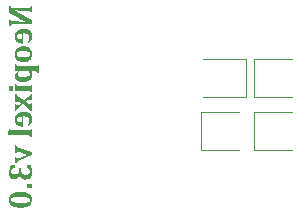
<source format=gbr>
%TF.GenerationSoftware,KiCad,Pcbnew,8.0.1*%
%TF.CreationDate,2025-09-12T21:56:14+04:00*%
%TF.ProjectId,Neopixel_project_v3.0,4e656f70-6978-4656-9c5f-70726f6a6563,v3.0*%
%TF.SameCoordinates,Original*%
%TF.FileFunction,Legend,Bot*%
%TF.FilePolarity,Positive*%
%FSLAX46Y46*%
G04 Gerber Fmt 4.6, Leading zero omitted, Abs format (unit mm)*
G04 Created by KiCad (PCBNEW 8.0.1) date 2025-09-12 21:56:14*
%MOMM*%
%LPD*%
G01*
G04 APERTURE LIST*
%ADD10C,0.200000*%
%ADD11C,0.120000*%
G04 APERTURE END LIST*
D10*
G36*
X83784214Y-60428471D02*
G01*
X83875073Y-60428471D01*
X83905359Y-60350314D01*
X83938576Y-60312212D01*
X84001102Y-60288276D01*
X84103163Y-60280174D01*
X84129085Y-60279972D01*
X85660000Y-60279972D01*
X85660000Y-59931193D01*
X84591193Y-59312770D01*
X84500579Y-59261215D01*
X84408011Y-59210023D01*
X84317885Y-59162286D01*
X84250230Y-59128611D01*
X84250230Y-59116399D01*
X84362206Y-59121047D01*
X84476483Y-59124734D01*
X84593061Y-59127458D01*
X84691967Y-59128994D01*
X84792472Y-59129863D01*
X84874026Y-59130076D01*
X85316106Y-59130076D01*
X85416803Y-59133693D01*
X85460697Y-59140335D01*
X85526154Y-59177460D01*
X85566741Y-59269480D01*
X85569141Y-59278576D01*
X85660000Y-59278576D01*
X85660000Y-58759316D01*
X85569141Y-58759316D01*
X85538855Y-58839427D01*
X85494403Y-58883391D01*
X85423572Y-58901954D01*
X85324139Y-58906333D01*
X85316106Y-58906350D01*
X84128108Y-58906350D01*
X84028272Y-58903078D01*
X83985959Y-58897069D01*
X83920502Y-58859944D01*
X83877483Y-58768238D01*
X83875073Y-58759316D01*
X83784214Y-58759316D01*
X83784214Y-59315701D01*
X84629295Y-59802233D01*
X84716392Y-59850833D01*
X84803999Y-59898369D01*
X84845205Y-59920446D01*
X84936836Y-59968523D01*
X85025002Y-60012675D01*
X85102149Y-60049406D01*
X85102149Y-60071388D01*
X84998088Y-60067026D01*
X84891070Y-60063403D01*
X84781094Y-60060519D01*
X84668160Y-60058375D01*
X84552269Y-60056970D01*
X84433420Y-60056304D01*
X84385052Y-60056245D01*
X84129085Y-60056245D01*
X84029930Y-60052782D01*
X84000125Y-60048918D01*
X83939553Y-60027425D01*
X83905359Y-59989323D01*
X83875073Y-59909211D01*
X83784214Y-59909211D01*
X83784214Y-60428471D01*
G37*
G36*
X85002389Y-60657729D02*
G01*
X85106677Y-60663238D01*
X85220645Y-60680240D01*
X85322420Y-60708576D01*
X85425746Y-60755960D01*
X85512477Y-60818771D01*
X85573236Y-60884969D01*
X85628234Y-60976264D01*
X85666121Y-61082706D01*
X85684977Y-61185998D01*
X85691263Y-61300418D01*
X85691200Y-61311552D01*
X85683701Y-61418427D01*
X85663704Y-61517193D01*
X85627271Y-61616469D01*
X85605091Y-61659435D01*
X85547637Y-61745798D01*
X85481000Y-61824014D01*
X85409895Y-61893928D01*
X85284842Y-61782554D01*
X85303889Y-61764356D01*
X85373625Y-61688276D01*
X85430900Y-61600837D01*
X85462041Y-61512177D01*
X85472421Y-61413259D01*
X85460209Y-61310438D01*
X85418565Y-61217942D01*
X85347369Y-61147034D01*
X85276111Y-61108901D01*
X85175072Y-61078775D01*
X85066704Y-61063350D01*
X84957557Y-61058618D01*
X84957557Y-61929588D01*
X84889299Y-61927708D01*
X84782836Y-61918721D01*
X84682540Y-61900767D01*
X84675634Y-61899123D01*
X84577882Y-61868283D01*
X84485680Y-61822610D01*
X84430406Y-61783019D01*
X84362093Y-61711235D01*
X84318945Y-61642134D01*
X84281981Y-61549546D01*
X84276831Y-61531686D01*
X84258677Y-61434141D01*
X84253161Y-61330704D01*
X84253898Y-61308723D01*
X84394822Y-61308723D01*
X84420956Y-61403489D01*
X84499357Y-61467969D01*
X84512787Y-61474023D01*
X84611156Y-61503058D01*
X84716428Y-61517703D01*
X84815896Y-61523168D01*
X84815896Y-61065457D01*
X84803228Y-61066269D01*
X84697629Y-61078003D01*
X84598062Y-61100376D01*
X84503265Y-61140195D01*
X84496594Y-61144145D01*
X84421933Y-61213590D01*
X84394822Y-61308723D01*
X84253898Y-61308723D01*
X84255236Y-61268852D01*
X84269430Y-61163528D01*
X84297070Y-61065932D01*
X84338157Y-60976064D01*
X84354798Y-60948097D01*
X84420438Y-60863681D01*
X84501726Y-60792812D01*
X84588262Y-60740614D01*
X84663298Y-60708256D01*
X84768635Y-60678332D01*
X84870637Y-60662761D01*
X84980516Y-60657571D01*
X85002389Y-60657729D01*
G37*
G36*
X85085365Y-62146495D02*
G01*
X85193442Y-62160600D01*
X85290773Y-62184963D01*
X85387424Y-62224633D01*
X85406991Y-62235201D01*
X85494632Y-62295479D01*
X85565291Y-62368160D01*
X85618967Y-62453245D01*
X85639794Y-62500400D01*
X85670859Y-62602867D01*
X85686744Y-62704387D01*
X85691263Y-62802023D01*
X85688446Y-62880196D01*
X85675929Y-62978016D01*
X85649877Y-63079304D01*
X85611151Y-63171319D01*
X85595387Y-63199813D01*
X85532113Y-63285680D01*
X85452333Y-63357522D01*
X85366420Y-63410188D01*
X85267248Y-63450803D01*
X85168520Y-63475746D01*
X85059840Y-63490187D01*
X84956580Y-63494208D01*
X84935158Y-63494043D01*
X84832926Y-63488266D01*
X84720985Y-63470440D01*
X84620756Y-63440730D01*
X84518625Y-63391048D01*
X84432435Y-63325192D01*
X84421405Y-63314469D01*
X84354002Y-63230486D01*
X84303757Y-63130890D01*
X84274344Y-63033093D01*
X84257538Y-62923825D01*
X84253161Y-62824005D01*
X84253361Y-62818632D01*
X84394822Y-62818632D01*
X84404255Y-62878471D01*
X84459827Y-62959041D01*
X84545764Y-63011095D01*
X84596537Y-63029953D01*
X84693402Y-63053476D01*
X84793937Y-63067347D01*
X84891831Y-63074251D01*
X85000544Y-63076552D01*
X85023955Y-63076441D01*
X85127419Y-63072968D01*
X85227690Y-63063852D01*
X85305090Y-63051108D01*
X85401102Y-63022330D01*
X85435113Y-63006455D01*
X85511500Y-62944173D01*
X85528169Y-62918252D01*
X85549602Y-62822540D01*
X85540290Y-62760746D01*
X85485438Y-62678043D01*
X85400614Y-62625192D01*
X85371264Y-62613581D01*
X85267349Y-62585601D01*
X85170069Y-62570945D01*
X85058391Y-62562507D01*
X84951207Y-62560223D01*
X84939307Y-62560248D01*
X84838349Y-62562751D01*
X84739135Y-62570336D01*
X84638087Y-62586113D01*
X84543346Y-62614897D01*
X84455882Y-62668667D01*
X84416348Y-62720517D01*
X84394822Y-62818632D01*
X84253361Y-62818632D01*
X84255847Y-62751801D01*
X84269952Y-62648418D01*
X84296147Y-62550942D01*
X84313750Y-62505083D01*
X84363319Y-62414089D01*
X84428527Y-62334543D01*
X84476460Y-62291831D01*
X84559579Y-62237036D01*
X84656161Y-62193370D01*
X84673577Y-62187218D01*
X84776389Y-62160478D01*
X84880174Y-62146586D01*
X84981981Y-62142568D01*
X85085365Y-62146495D01*
G37*
G36*
X84403126Y-63771179D02*
G01*
X84435854Y-63811723D01*
X84483726Y-63833217D01*
X84554068Y-63842986D01*
X84593177Y-63844177D01*
X84693775Y-63844940D01*
X85904242Y-63844940D01*
X85952816Y-63844238D01*
X86051277Y-63833705D01*
X86117222Y-63797557D01*
X86160209Y-63707676D01*
X86253998Y-63707676D01*
X86253998Y-64391556D01*
X86160209Y-64391556D01*
X86158161Y-64382809D01*
X86119665Y-64291905D01*
X86053719Y-64252826D01*
X86010147Y-64245868D01*
X85911081Y-64242079D01*
X85655603Y-64242079D01*
X85671204Y-64310345D01*
X85686248Y-64414118D01*
X85691263Y-64519539D01*
X85689980Y-64570769D01*
X85677719Y-64678446D01*
X85652474Y-64775612D01*
X85609197Y-64871249D01*
X85598620Y-64888861D01*
X85536176Y-64968564D01*
X85457799Y-65034338D01*
X85363489Y-65086182D01*
X85265141Y-65121130D01*
X85167147Y-65142593D01*
X85059199Y-65155019D01*
X84956580Y-65158478D01*
X84934830Y-65158359D01*
X84831186Y-65154168D01*
X84718054Y-65141236D01*
X84617184Y-65119684D01*
X84514999Y-65083643D01*
X84429504Y-65035868D01*
X84418655Y-65028117D01*
X84344260Y-64957515D01*
X84291908Y-64871649D01*
X84261599Y-64770517D01*
X84253161Y-64669504D01*
X84253359Y-64655972D01*
X84267499Y-64555937D01*
X84290255Y-64495115D01*
X84472002Y-64495115D01*
X84476776Y-64540040D01*
X84525049Y-64626701D01*
X84607801Y-64680739D01*
X84616400Y-64684436D01*
X84718028Y-64714947D01*
X84819801Y-64730907D01*
X84923779Y-64738711D01*
X85023991Y-64740823D01*
X85100214Y-64739189D01*
X85210315Y-64729778D01*
X85316733Y-64709192D01*
X85413314Y-64673901D01*
X85452577Y-64651673D01*
X85523515Y-64580151D01*
X85549602Y-64480949D01*
X85531355Y-64380413D01*
X85466559Y-64300209D01*
X85405689Y-64269555D01*
X85308969Y-64247756D01*
X85208639Y-64242079D01*
X84726992Y-64242079D01*
X84686029Y-64245016D01*
X84593635Y-64279204D01*
X84566036Y-64299079D01*
X84503754Y-64374459D01*
X84492963Y-64396561D01*
X84472002Y-64495115D01*
X84290255Y-64495115D01*
X84303963Y-64458478D01*
X84342059Y-64393096D01*
X84404524Y-64310481D01*
X84470537Y-64238171D01*
X84466629Y-64221563D01*
X84284424Y-64242079D01*
X84284424Y-64073063D01*
X84284424Y-63692533D01*
X84378213Y-63692533D01*
X84403126Y-63771179D01*
G37*
G36*
X83752951Y-65919539D02*
G01*
X84096845Y-65919539D01*
X84096845Y-65542917D01*
X83752951Y-65542917D01*
X83752951Y-65919539D01*
G37*
G36*
X85569141Y-65397348D02*
G01*
X85525807Y-65486821D01*
X85522247Y-65490160D01*
X85443112Y-65524354D01*
X85341942Y-65532539D01*
X85260907Y-65533635D01*
X84615129Y-65533635D01*
X84516500Y-65528773D01*
X84505708Y-65527285D01*
X84438785Y-65503838D01*
X84400683Y-65456943D01*
X84377725Y-65380739D01*
X84284424Y-65380739D01*
X84284424Y-65758827D01*
X84284424Y-65930286D01*
X85262372Y-65930286D01*
X85361500Y-65931478D01*
X85381563Y-65932240D01*
X85446043Y-65938590D01*
X85486587Y-65950314D01*
X85519804Y-65970342D01*
X85547159Y-66006001D01*
X85569141Y-66068039D01*
X85660000Y-66068039D01*
X85660000Y-65397348D01*
X85569141Y-65397348D01*
G37*
G36*
X84899916Y-67066503D02*
G01*
X85361046Y-67387927D01*
X85442830Y-67447932D01*
X85468513Y-67468527D01*
X85534459Y-67536915D01*
X85569141Y-67610677D01*
X85660000Y-67610677D01*
X85660000Y-66941451D01*
X85569141Y-66941451D01*
X85515097Y-67024849D01*
X85496845Y-67026936D01*
X85465582Y-67022540D01*
X85436762Y-67010328D01*
X85385959Y-66977599D01*
X85160767Y-66822261D01*
X85340041Y-66678157D01*
X85419668Y-66621142D01*
X85423084Y-66619539D01*
X85483168Y-66607815D01*
X85540321Y-66632240D01*
X85569141Y-66710886D01*
X85660000Y-66710886D01*
X85660000Y-66181856D01*
X85569141Y-66181856D01*
X85527532Y-66274508D01*
X85508080Y-66300558D01*
X85437515Y-66376035D01*
X85361046Y-66445638D01*
X85031807Y-66732868D01*
X84571165Y-66409979D01*
X84498381Y-66357711D01*
X84444159Y-66312282D01*
X84403614Y-66270760D01*
X84383098Y-66236078D01*
X84375282Y-66205303D01*
X84284424Y-66205303D01*
X84284424Y-66870132D01*
X84375282Y-66870132D01*
X84428865Y-66787808D01*
X84452951Y-66783670D01*
X84502288Y-66795882D01*
X84566769Y-66835938D01*
X84770956Y-66977111D01*
X84594612Y-67117306D01*
X84524759Y-67163224D01*
X84465652Y-67176413D01*
X84402637Y-67148081D01*
X84375282Y-67072365D01*
X84284424Y-67072365D01*
X84284424Y-67595533D01*
X84375282Y-67595533D01*
X84416534Y-67504563D01*
X84434389Y-67481228D01*
X84507719Y-67407984D01*
X84583740Y-67342496D01*
X84598520Y-67330286D01*
X84899916Y-67066503D01*
G37*
G36*
X85002389Y-67684107D02*
G01*
X85106677Y-67689617D01*
X85220645Y-67706618D01*
X85322420Y-67734954D01*
X85425746Y-67782338D01*
X85512477Y-67845150D01*
X85573236Y-67911347D01*
X85628234Y-68002642D01*
X85666121Y-68109085D01*
X85684977Y-68212376D01*
X85691263Y-68326797D01*
X85691200Y-68337930D01*
X85683701Y-68444805D01*
X85663704Y-68543571D01*
X85627271Y-68642847D01*
X85605091Y-68685814D01*
X85547637Y-68772176D01*
X85481000Y-68850392D01*
X85409895Y-68920307D01*
X85284842Y-68808932D01*
X85303889Y-68790734D01*
X85373625Y-68714654D01*
X85430900Y-68627215D01*
X85462041Y-68538555D01*
X85472421Y-68439637D01*
X85460209Y-68336816D01*
X85418565Y-68244320D01*
X85347369Y-68173412D01*
X85276111Y-68135280D01*
X85175072Y-68105153D01*
X85066704Y-68089728D01*
X84957557Y-68084996D01*
X84957557Y-68955966D01*
X84889299Y-68954086D01*
X84782836Y-68945099D01*
X84682540Y-68927145D01*
X84675634Y-68925502D01*
X84577882Y-68894661D01*
X84485680Y-68848988D01*
X84430406Y-68809398D01*
X84362093Y-68737613D01*
X84318945Y-68668512D01*
X84281981Y-68575924D01*
X84276831Y-68558064D01*
X84258677Y-68460520D01*
X84253161Y-68357083D01*
X84253898Y-68335101D01*
X84394822Y-68335101D01*
X84420956Y-68429867D01*
X84499357Y-68494347D01*
X84512787Y-68500402D01*
X84611156Y-68529436D01*
X84716428Y-68544081D01*
X84815896Y-68549546D01*
X84815896Y-68091835D01*
X84803228Y-68092647D01*
X84697629Y-68104381D01*
X84598062Y-68126754D01*
X84503265Y-68166573D01*
X84496594Y-68170524D01*
X84421933Y-68239968D01*
X84394822Y-68335101D01*
X84253898Y-68335101D01*
X84255236Y-68295230D01*
X84269430Y-68189906D01*
X84297070Y-68092310D01*
X84338157Y-68002442D01*
X84354798Y-67974475D01*
X84420438Y-67890059D01*
X84501726Y-67819190D01*
X84588262Y-67766992D01*
X84663298Y-67734635D01*
X84768635Y-67704710D01*
X84870637Y-67689140D01*
X84980516Y-67683949D01*
X85002389Y-67684107D01*
G37*
G36*
X85262372Y-69675994D02*
G01*
X85361308Y-69677584D01*
X85442623Y-69684298D01*
X85521758Y-69718004D01*
X85566838Y-69804700D01*
X85569141Y-69813259D01*
X85660000Y-69813259D01*
X85660000Y-69140125D01*
X85569141Y-69140125D01*
X85546671Y-69204605D01*
X85516385Y-69240753D01*
X85472909Y-69263712D01*
X85399148Y-69275924D01*
X85300664Y-69278715D01*
X85264326Y-69278855D01*
X84198939Y-69278855D01*
X84097212Y-69278367D01*
X84026503Y-69276901D01*
X83933691Y-69268597D01*
X83873607Y-69247592D01*
X83836971Y-69207048D01*
X83812547Y-69123517D01*
X83721688Y-69123517D01*
X83690425Y-69504047D01*
X83690425Y-69675994D01*
X85262372Y-69675994D01*
G37*
G36*
X84284424Y-71232798D02*
G01*
X84375282Y-71232798D01*
X84410862Y-71139958D01*
X84412407Y-71138032D01*
X84486168Y-71107746D01*
X84584056Y-71121675D01*
X84657627Y-71143405D01*
X85257487Y-71341242D01*
X84731877Y-71559595D01*
X84638676Y-71594454D01*
X84616106Y-71601116D01*
X84517920Y-71614794D01*
X84425036Y-71583620D01*
X84422665Y-71581577D01*
X84375920Y-71492035D01*
X84375282Y-71488276D01*
X84284424Y-71488276D01*
X84284424Y-72022679D01*
X84376259Y-72022679D01*
X84406545Y-71958688D01*
X84453440Y-71913259D01*
X84539413Y-71861968D01*
X84627367Y-71818253D01*
X84711360Y-71779413D01*
X85660000Y-71351011D01*
X85660000Y-71091137D01*
X84615617Y-70728192D01*
X84519559Y-70692607D01*
X84466629Y-70667620D01*
X84405080Y-70616329D01*
X84375282Y-70546964D01*
X84284424Y-70546964D01*
X84284424Y-71232798D01*
G37*
G36*
X84221898Y-72206838D02*
G01*
X83899986Y-72206838D01*
X83857627Y-72313940D01*
X83822448Y-72417870D01*
X83794448Y-72518627D01*
X83773628Y-72616212D01*
X83758121Y-72729127D01*
X83752951Y-72837473D01*
X83757579Y-72939244D01*
X83773358Y-73042267D01*
X83800334Y-73135938D01*
X83841757Y-73225079D01*
X83905884Y-73308066D01*
X83938576Y-73336706D01*
X84025370Y-73385125D01*
X84126750Y-73406430D01*
X84158394Y-73407536D01*
X84256408Y-73398560D01*
X84355144Y-73366320D01*
X84366489Y-73360642D01*
X84450265Y-73304710D01*
X84522805Y-73229727D01*
X84580467Y-73146153D01*
X84629148Y-73059187D01*
X84653230Y-73010397D01*
X84665443Y-73010397D01*
X84691208Y-73111003D01*
X84731747Y-73203380D01*
X84746043Y-73228262D01*
X84805856Y-73306508D01*
X84881002Y-73369419D01*
X84905289Y-73384577D01*
X84998655Y-73424649D01*
X85096402Y-73441765D01*
X85136831Y-73443196D01*
X85243165Y-73434018D01*
X85341186Y-73406485D01*
X85423084Y-73365526D01*
X85502986Y-73302605D01*
X85570074Y-73220635D01*
X85619944Y-73129588D01*
X85654419Y-73035504D01*
X85677612Y-72930755D01*
X85688755Y-72828692D01*
X85691263Y-72746615D01*
X85688030Y-72640455D01*
X85678333Y-72535564D01*
X85663907Y-72441312D01*
X85642561Y-72343049D01*
X85613481Y-72246122D01*
X85587704Y-72180460D01*
X85253579Y-72180460D01*
X85253579Y-72427634D01*
X85353185Y-72462278D01*
X85440566Y-72514331D01*
X85468513Y-72540474D01*
X85518339Y-72624616D01*
X85534882Y-72724128D01*
X85534947Y-72731472D01*
X85522170Y-72830413D01*
X85474966Y-72919972D01*
X85392981Y-72981668D01*
X85295024Y-73012374D01*
X85193873Y-73022325D01*
X85171514Y-73022610D01*
X85069487Y-73014495D01*
X84974614Y-72986445D01*
X84892733Y-72932450D01*
X84880376Y-72920028D01*
X84825866Y-72837255D01*
X84795947Y-72740168D01*
X84785007Y-72635008D01*
X84784633Y-72609351D01*
X84784633Y-72500907D01*
X84628318Y-72500907D01*
X84619602Y-72599896D01*
X84598765Y-72699516D01*
X84561456Y-72794365D01*
X84515966Y-72863363D01*
X84442626Y-72928536D01*
X84351446Y-72969571D01*
X84254129Y-72985864D01*
X84218478Y-72986950D01*
X84114087Y-72978226D01*
X84019212Y-72945996D01*
X83987424Y-72924912D01*
X83926440Y-72843524D01*
X83909267Y-72745150D01*
X83926858Y-72646081D01*
X83938087Y-72620586D01*
X84000770Y-72545187D01*
X84037250Y-72518981D01*
X84130536Y-72476546D01*
X84221898Y-72454012D01*
X84221898Y-72206838D01*
G37*
G36*
X85253579Y-74173970D02*
G01*
X85660000Y-74173970D01*
X85660000Y-73804675D01*
X85253579Y-73804675D01*
X85253579Y-74173970D01*
G37*
G36*
X84760637Y-74467138D02*
G01*
X84861709Y-74469809D01*
X84974967Y-74478053D01*
X85079467Y-74491791D01*
X85190313Y-74514765D01*
X85289239Y-74545219D01*
X85364635Y-74577030D01*
X85452395Y-74626657D01*
X85533681Y-74692341D01*
X85596496Y-74768457D01*
X85628702Y-74825301D01*
X85664517Y-74919711D01*
X85685340Y-75025096D01*
X85691263Y-75127983D01*
X85689052Y-75190641D01*
X85675539Y-75288603D01*
X85643110Y-75395484D01*
X85592993Y-75490722D01*
X85525187Y-75574316D01*
X85439692Y-75646266D01*
X85423705Y-75657146D01*
X85336756Y-75706361D01*
X85238119Y-75746943D01*
X85127794Y-75778890D01*
X85031120Y-75798231D01*
X84926966Y-75812046D01*
X84815331Y-75820335D01*
X84696217Y-75823098D01*
X84608709Y-75821634D01*
X84498750Y-75815127D01*
X84396470Y-75803415D01*
X84279417Y-75781455D01*
X84174361Y-75751361D01*
X84081303Y-75713133D01*
X83985471Y-75656524D01*
X83943917Y-75623872D01*
X83873071Y-75549500D01*
X83818574Y-75463038D01*
X83780427Y-75364486D01*
X83758628Y-75253844D01*
X83752951Y-75152407D01*
X83753350Y-75144591D01*
X83909267Y-75144591D01*
X83909877Y-75159742D01*
X83948346Y-75252547D01*
X83988407Y-75288553D01*
X84078283Y-75333635D01*
X84143007Y-75353738D01*
X84240826Y-75373705D01*
X84339134Y-75386880D01*
X84440465Y-75395853D01*
X84541048Y-75401364D01*
X84651522Y-75404555D01*
X84756301Y-75405443D01*
X84847290Y-75404670D01*
X84951886Y-75401626D01*
X85057697Y-75395673D01*
X85082589Y-75393821D01*
X85181528Y-75383217D01*
X85283377Y-75364410D01*
X85336633Y-75349765D01*
X85428946Y-75311165D01*
X85435672Y-75307286D01*
X85509546Y-75241312D01*
X85534947Y-75149965D01*
X85516271Y-75068227D01*
X85449951Y-74996092D01*
X85387268Y-74963071D01*
X85287617Y-74931381D01*
X85184214Y-74911584D01*
X85124845Y-74903844D01*
X85017202Y-74894189D01*
X84910243Y-74888495D01*
X84809075Y-74885662D01*
X84699148Y-74884717D01*
X84662225Y-74884829D01*
X84556816Y-74886503D01*
X84449120Y-74890720D01*
X84351346Y-74897418D01*
X84297428Y-74902965D01*
X84200204Y-74917665D01*
X84104661Y-74940893D01*
X84043046Y-74964081D01*
X83958115Y-75021493D01*
X83936744Y-75048054D01*
X83909267Y-75144591D01*
X83753350Y-75144591D01*
X83756987Y-75073255D01*
X83774924Y-74974505D01*
X83812254Y-74872680D01*
X83867745Y-74780670D01*
X83940389Y-74699753D01*
X84018974Y-74637754D01*
X84110748Y-74585096D01*
X84201870Y-74546685D01*
X84302739Y-74515660D01*
X84413004Y-74492255D01*
X84514997Y-74478259D01*
X84623893Y-74469861D01*
X84739692Y-74467062D01*
X84760637Y-74467138D01*
G37*
D11*
%TO.C,D1*%
X103800000Y-63250000D02*
X100200000Y-63250000D01*
X103800000Y-66450000D02*
X100200000Y-66450000D01*
X103800000Y-66450000D02*
X103800000Y-63250000D01*
%TO.C,D4*%
X99980000Y-67730000D02*
X99980000Y-70970000D01*
X103220000Y-67730000D02*
X99980000Y-67730000D01*
X103220000Y-70970000D02*
X99980000Y-70970000D01*
%TO.C,D3*%
X104480000Y-67730000D02*
X104480000Y-70970000D01*
X107720000Y-67730000D02*
X104480000Y-67730000D01*
X107720000Y-70970000D02*
X104480000Y-70970000D01*
%TO.C,D2*%
X104480000Y-63230000D02*
X104480000Y-66470000D01*
X107720000Y-63230000D02*
X104480000Y-63230000D01*
X107720000Y-66470000D02*
X104480000Y-66470000D01*
%TD*%
M02*

</source>
